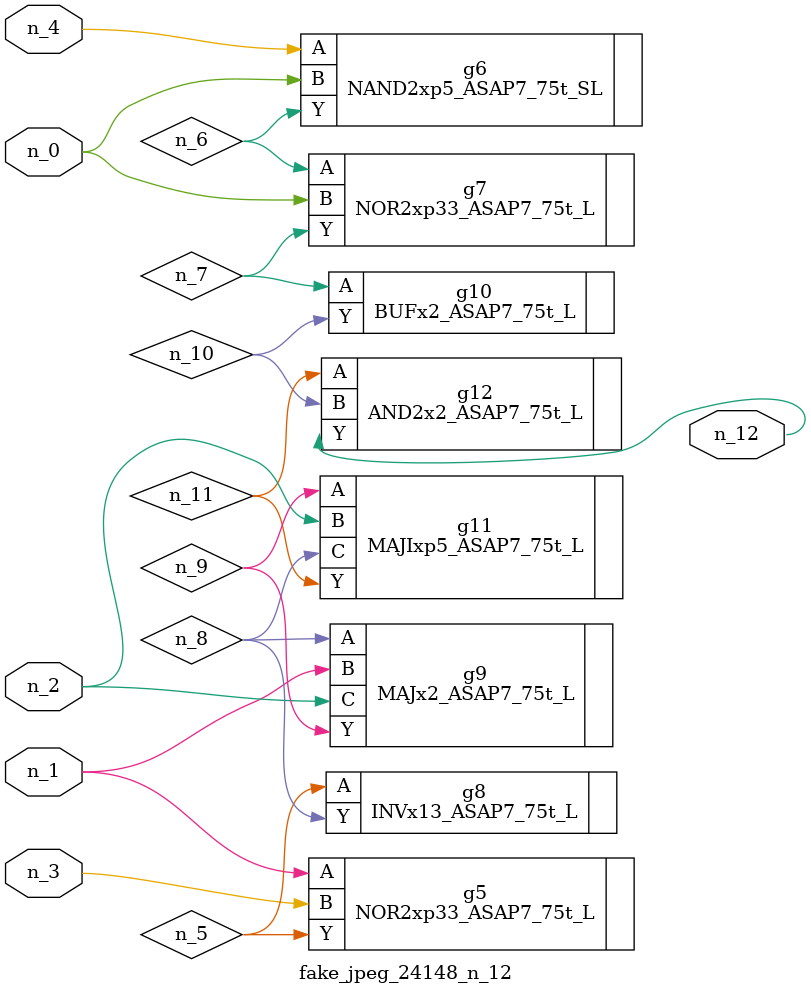
<source format=v>
module fake_jpeg_24148_n_12 (n_3, n_2, n_1, n_0, n_4, n_12);

input n_3;
input n_2;
input n_1;
input n_0;
input n_4;

output n_12;

wire n_11;
wire n_10;
wire n_8;
wire n_9;
wire n_6;
wire n_5;
wire n_7;

NOR2xp33_ASAP7_75t_L g5 ( 
.A(n_1),
.B(n_3),
.Y(n_5)
);

NAND2xp5_ASAP7_75t_SL g6 ( 
.A(n_4),
.B(n_0),
.Y(n_6)
);

NOR2xp33_ASAP7_75t_L g7 ( 
.A(n_6),
.B(n_0),
.Y(n_7)
);

BUFx2_ASAP7_75t_L g10 ( 
.A(n_7),
.Y(n_10)
);

INVx13_ASAP7_75t_L g8 ( 
.A(n_5),
.Y(n_8)
);

MAJx2_ASAP7_75t_L g9 ( 
.A(n_8),
.B(n_1),
.C(n_2),
.Y(n_9)
);

MAJIxp5_ASAP7_75t_L g11 ( 
.A(n_9),
.B(n_2),
.C(n_8),
.Y(n_11)
);

AND2x2_ASAP7_75t_L g12 ( 
.A(n_11),
.B(n_10),
.Y(n_12)
);


endmodule
</source>
